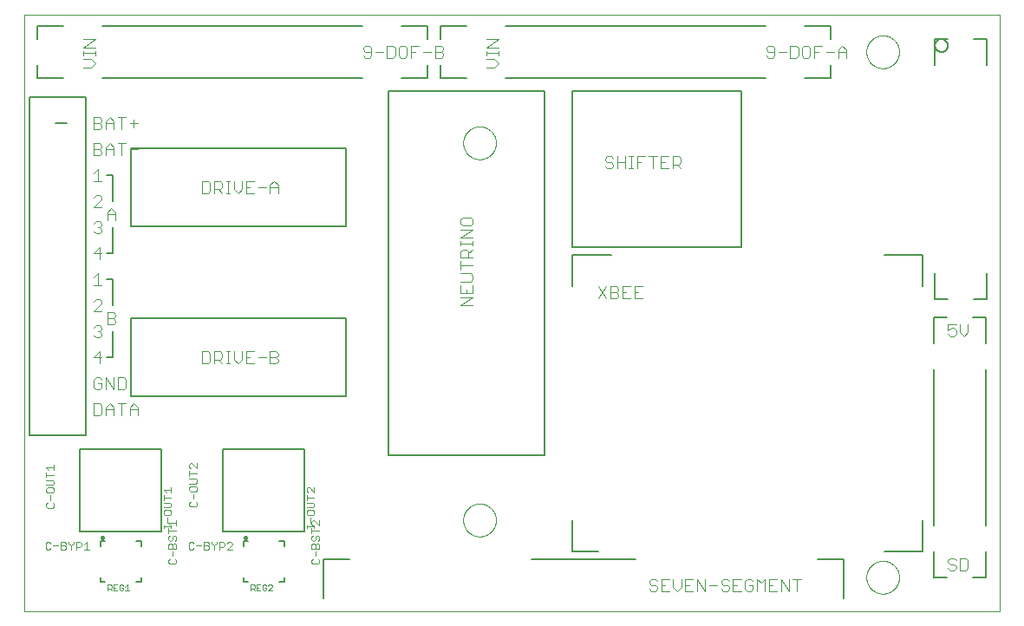
<source format=gto>
G75*
%MOIN*%
%OFA0B0*%
%FSLAX25Y25*%
%IPPOS*%
%LPD*%
%AMOC8*
5,1,8,0,0,1.08239X$1,22.5*
%
%ADD10C,0.00000*%
%ADD11C,0.00500*%
%ADD12C,0.01575*%
%ADD13C,0.00200*%
%ADD14C,0.00300*%
%ADD15C,0.00400*%
D10*
X0001000Y0002050D02*
X0001000Y0231459D01*
X0376079Y0231459D01*
X0376079Y0002050D01*
X0001000Y0002050D01*
X0169701Y0037050D02*
X0169703Y0037208D01*
X0169709Y0037366D01*
X0169719Y0037524D01*
X0169733Y0037682D01*
X0169751Y0037839D01*
X0169772Y0037996D01*
X0169798Y0038152D01*
X0169828Y0038308D01*
X0169861Y0038463D01*
X0169899Y0038616D01*
X0169940Y0038769D01*
X0169985Y0038921D01*
X0170034Y0039072D01*
X0170087Y0039221D01*
X0170143Y0039369D01*
X0170203Y0039515D01*
X0170267Y0039660D01*
X0170335Y0039803D01*
X0170406Y0039945D01*
X0170480Y0040085D01*
X0170558Y0040222D01*
X0170640Y0040358D01*
X0170724Y0040492D01*
X0170813Y0040623D01*
X0170904Y0040752D01*
X0170999Y0040879D01*
X0171096Y0041004D01*
X0171197Y0041126D01*
X0171301Y0041245D01*
X0171408Y0041362D01*
X0171518Y0041476D01*
X0171631Y0041587D01*
X0171746Y0041696D01*
X0171864Y0041801D01*
X0171985Y0041903D01*
X0172108Y0042003D01*
X0172234Y0042099D01*
X0172362Y0042192D01*
X0172492Y0042282D01*
X0172625Y0042368D01*
X0172760Y0042452D01*
X0172896Y0042531D01*
X0173035Y0042608D01*
X0173176Y0042680D01*
X0173318Y0042750D01*
X0173462Y0042815D01*
X0173608Y0042877D01*
X0173755Y0042935D01*
X0173904Y0042990D01*
X0174054Y0043041D01*
X0174205Y0043088D01*
X0174357Y0043131D01*
X0174510Y0043170D01*
X0174665Y0043206D01*
X0174820Y0043237D01*
X0174976Y0043265D01*
X0175132Y0043289D01*
X0175289Y0043309D01*
X0175447Y0043325D01*
X0175604Y0043337D01*
X0175763Y0043345D01*
X0175921Y0043349D01*
X0176079Y0043349D01*
X0176237Y0043345D01*
X0176396Y0043337D01*
X0176553Y0043325D01*
X0176711Y0043309D01*
X0176868Y0043289D01*
X0177024Y0043265D01*
X0177180Y0043237D01*
X0177335Y0043206D01*
X0177490Y0043170D01*
X0177643Y0043131D01*
X0177795Y0043088D01*
X0177946Y0043041D01*
X0178096Y0042990D01*
X0178245Y0042935D01*
X0178392Y0042877D01*
X0178538Y0042815D01*
X0178682Y0042750D01*
X0178824Y0042680D01*
X0178965Y0042608D01*
X0179104Y0042531D01*
X0179240Y0042452D01*
X0179375Y0042368D01*
X0179508Y0042282D01*
X0179638Y0042192D01*
X0179766Y0042099D01*
X0179892Y0042003D01*
X0180015Y0041903D01*
X0180136Y0041801D01*
X0180254Y0041696D01*
X0180369Y0041587D01*
X0180482Y0041476D01*
X0180592Y0041362D01*
X0180699Y0041245D01*
X0180803Y0041126D01*
X0180904Y0041004D01*
X0181001Y0040879D01*
X0181096Y0040752D01*
X0181187Y0040623D01*
X0181276Y0040492D01*
X0181360Y0040358D01*
X0181442Y0040222D01*
X0181520Y0040085D01*
X0181594Y0039945D01*
X0181665Y0039803D01*
X0181733Y0039660D01*
X0181797Y0039515D01*
X0181857Y0039369D01*
X0181913Y0039221D01*
X0181966Y0039072D01*
X0182015Y0038921D01*
X0182060Y0038769D01*
X0182101Y0038616D01*
X0182139Y0038463D01*
X0182172Y0038308D01*
X0182202Y0038152D01*
X0182228Y0037996D01*
X0182249Y0037839D01*
X0182267Y0037682D01*
X0182281Y0037524D01*
X0182291Y0037366D01*
X0182297Y0037208D01*
X0182299Y0037050D01*
X0182297Y0036892D01*
X0182291Y0036734D01*
X0182281Y0036576D01*
X0182267Y0036418D01*
X0182249Y0036261D01*
X0182228Y0036104D01*
X0182202Y0035948D01*
X0182172Y0035792D01*
X0182139Y0035637D01*
X0182101Y0035484D01*
X0182060Y0035331D01*
X0182015Y0035179D01*
X0181966Y0035028D01*
X0181913Y0034879D01*
X0181857Y0034731D01*
X0181797Y0034585D01*
X0181733Y0034440D01*
X0181665Y0034297D01*
X0181594Y0034155D01*
X0181520Y0034015D01*
X0181442Y0033878D01*
X0181360Y0033742D01*
X0181276Y0033608D01*
X0181187Y0033477D01*
X0181096Y0033348D01*
X0181001Y0033221D01*
X0180904Y0033096D01*
X0180803Y0032974D01*
X0180699Y0032855D01*
X0180592Y0032738D01*
X0180482Y0032624D01*
X0180369Y0032513D01*
X0180254Y0032404D01*
X0180136Y0032299D01*
X0180015Y0032197D01*
X0179892Y0032097D01*
X0179766Y0032001D01*
X0179638Y0031908D01*
X0179508Y0031818D01*
X0179375Y0031732D01*
X0179240Y0031648D01*
X0179104Y0031569D01*
X0178965Y0031492D01*
X0178824Y0031420D01*
X0178682Y0031350D01*
X0178538Y0031285D01*
X0178392Y0031223D01*
X0178245Y0031165D01*
X0178096Y0031110D01*
X0177946Y0031059D01*
X0177795Y0031012D01*
X0177643Y0030969D01*
X0177490Y0030930D01*
X0177335Y0030894D01*
X0177180Y0030863D01*
X0177024Y0030835D01*
X0176868Y0030811D01*
X0176711Y0030791D01*
X0176553Y0030775D01*
X0176396Y0030763D01*
X0176237Y0030755D01*
X0176079Y0030751D01*
X0175921Y0030751D01*
X0175763Y0030755D01*
X0175604Y0030763D01*
X0175447Y0030775D01*
X0175289Y0030791D01*
X0175132Y0030811D01*
X0174976Y0030835D01*
X0174820Y0030863D01*
X0174665Y0030894D01*
X0174510Y0030930D01*
X0174357Y0030969D01*
X0174205Y0031012D01*
X0174054Y0031059D01*
X0173904Y0031110D01*
X0173755Y0031165D01*
X0173608Y0031223D01*
X0173462Y0031285D01*
X0173318Y0031350D01*
X0173176Y0031420D01*
X0173035Y0031492D01*
X0172896Y0031569D01*
X0172760Y0031648D01*
X0172625Y0031732D01*
X0172492Y0031818D01*
X0172362Y0031908D01*
X0172234Y0032001D01*
X0172108Y0032097D01*
X0171985Y0032197D01*
X0171864Y0032299D01*
X0171746Y0032404D01*
X0171631Y0032513D01*
X0171518Y0032624D01*
X0171408Y0032738D01*
X0171301Y0032855D01*
X0171197Y0032974D01*
X0171096Y0033096D01*
X0170999Y0033221D01*
X0170904Y0033348D01*
X0170813Y0033477D01*
X0170724Y0033608D01*
X0170640Y0033742D01*
X0170558Y0033878D01*
X0170480Y0034015D01*
X0170406Y0034155D01*
X0170335Y0034297D01*
X0170267Y0034440D01*
X0170203Y0034585D01*
X0170143Y0034731D01*
X0170087Y0034879D01*
X0170034Y0035028D01*
X0169985Y0035179D01*
X0169940Y0035331D01*
X0169899Y0035484D01*
X0169861Y0035637D01*
X0169828Y0035792D01*
X0169798Y0035948D01*
X0169772Y0036104D01*
X0169751Y0036261D01*
X0169733Y0036418D01*
X0169719Y0036576D01*
X0169709Y0036734D01*
X0169703Y0036892D01*
X0169701Y0037050D01*
X0324701Y0015050D02*
X0324703Y0015208D01*
X0324709Y0015366D01*
X0324719Y0015524D01*
X0324733Y0015682D01*
X0324751Y0015839D01*
X0324772Y0015996D01*
X0324798Y0016152D01*
X0324828Y0016308D01*
X0324861Y0016463D01*
X0324899Y0016616D01*
X0324940Y0016769D01*
X0324985Y0016921D01*
X0325034Y0017072D01*
X0325087Y0017221D01*
X0325143Y0017369D01*
X0325203Y0017515D01*
X0325267Y0017660D01*
X0325335Y0017803D01*
X0325406Y0017945D01*
X0325480Y0018085D01*
X0325558Y0018222D01*
X0325640Y0018358D01*
X0325724Y0018492D01*
X0325813Y0018623D01*
X0325904Y0018752D01*
X0325999Y0018879D01*
X0326096Y0019004D01*
X0326197Y0019126D01*
X0326301Y0019245D01*
X0326408Y0019362D01*
X0326518Y0019476D01*
X0326631Y0019587D01*
X0326746Y0019696D01*
X0326864Y0019801D01*
X0326985Y0019903D01*
X0327108Y0020003D01*
X0327234Y0020099D01*
X0327362Y0020192D01*
X0327492Y0020282D01*
X0327625Y0020368D01*
X0327760Y0020452D01*
X0327896Y0020531D01*
X0328035Y0020608D01*
X0328176Y0020680D01*
X0328318Y0020750D01*
X0328462Y0020815D01*
X0328608Y0020877D01*
X0328755Y0020935D01*
X0328904Y0020990D01*
X0329054Y0021041D01*
X0329205Y0021088D01*
X0329357Y0021131D01*
X0329510Y0021170D01*
X0329665Y0021206D01*
X0329820Y0021237D01*
X0329976Y0021265D01*
X0330132Y0021289D01*
X0330289Y0021309D01*
X0330447Y0021325D01*
X0330604Y0021337D01*
X0330763Y0021345D01*
X0330921Y0021349D01*
X0331079Y0021349D01*
X0331237Y0021345D01*
X0331396Y0021337D01*
X0331553Y0021325D01*
X0331711Y0021309D01*
X0331868Y0021289D01*
X0332024Y0021265D01*
X0332180Y0021237D01*
X0332335Y0021206D01*
X0332490Y0021170D01*
X0332643Y0021131D01*
X0332795Y0021088D01*
X0332946Y0021041D01*
X0333096Y0020990D01*
X0333245Y0020935D01*
X0333392Y0020877D01*
X0333538Y0020815D01*
X0333682Y0020750D01*
X0333824Y0020680D01*
X0333965Y0020608D01*
X0334104Y0020531D01*
X0334240Y0020452D01*
X0334375Y0020368D01*
X0334508Y0020282D01*
X0334638Y0020192D01*
X0334766Y0020099D01*
X0334892Y0020003D01*
X0335015Y0019903D01*
X0335136Y0019801D01*
X0335254Y0019696D01*
X0335369Y0019587D01*
X0335482Y0019476D01*
X0335592Y0019362D01*
X0335699Y0019245D01*
X0335803Y0019126D01*
X0335904Y0019004D01*
X0336001Y0018879D01*
X0336096Y0018752D01*
X0336187Y0018623D01*
X0336276Y0018492D01*
X0336360Y0018358D01*
X0336442Y0018222D01*
X0336520Y0018085D01*
X0336594Y0017945D01*
X0336665Y0017803D01*
X0336733Y0017660D01*
X0336797Y0017515D01*
X0336857Y0017369D01*
X0336913Y0017221D01*
X0336966Y0017072D01*
X0337015Y0016921D01*
X0337060Y0016769D01*
X0337101Y0016616D01*
X0337139Y0016463D01*
X0337172Y0016308D01*
X0337202Y0016152D01*
X0337228Y0015996D01*
X0337249Y0015839D01*
X0337267Y0015682D01*
X0337281Y0015524D01*
X0337291Y0015366D01*
X0337297Y0015208D01*
X0337299Y0015050D01*
X0337297Y0014892D01*
X0337291Y0014734D01*
X0337281Y0014576D01*
X0337267Y0014418D01*
X0337249Y0014261D01*
X0337228Y0014104D01*
X0337202Y0013948D01*
X0337172Y0013792D01*
X0337139Y0013637D01*
X0337101Y0013484D01*
X0337060Y0013331D01*
X0337015Y0013179D01*
X0336966Y0013028D01*
X0336913Y0012879D01*
X0336857Y0012731D01*
X0336797Y0012585D01*
X0336733Y0012440D01*
X0336665Y0012297D01*
X0336594Y0012155D01*
X0336520Y0012015D01*
X0336442Y0011878D01*
X0336360Y0011742D01*
X0336276Y0011608D01*
X0336187Y0011477D01*
X0336096Y0011348D01*
X0336001Y0011221D01*
X0335904Y0011096D01*
X0335803Y0010974D01*
X0335699Y0010855D01*
X0335592Y0010738D01*
X0335482Y0010624D01*
X0335369Y0010513D01*
X0335254Y0010404D01*
X0335136Y0010299D01*
X0335015Y0010197D01*
X0334892Y0010097D01*
X0334766Y0010001D01*
X0334638Y0009908D01*
X0334508Y0009818D01*
X0334375Y0009732D01*
X0334240Y0009648D01*
X0334104Y0009569D01*
X0333965Y0009492D01*
X0333824Y0009420D01*
X0333682Y0009350D01*
X0333538Y0009285D01*
X0333392Y0009223D01*
X0333245Y0009165D01*
X0333096Y0009110D01*
X0332946Y0009059D01*
X0332795Y0009012D01*
X0332643Y0008969D01*
X0332490Y0008930D01*
X0332335Y0008894D01*
X0332180Y0008863D01*
X0332024Y0008835D01*
X0331868Y0008811D01*
X0331711Y0008791D01*
X0331553Y0008775D01*
X0331396Y0008763D01*
X0331237Y0008755D01*
X0331079Y0008751D01*
X0330921Y0008751D01*
X0330763Y0008755D01*
X0330604Y0008763D01*
X0330447Y0008775D01*
X0330289Y0008791D01*
X0330132Y0008811D01*
X0329976Y0008835D01*
X0329820Y0008863D01*
X0329665Y0008894D01*
X0329510Y0008930D01*
X0329357Y0008969D01*
X0329205Y0009012D01*
X0329054Y0009059D01*
X0328904Y0009110D01*
X0328755Y0009165D01*
X0328608Y0009223D01*
X0328462Y0009285D01*
X0328318Y0009350D01*
X0328176Y0009420D01*
X0328035Y0009492D01*
X0327896Y0009569D01*
X0327760Y0009648D01*
X0327625Y0009732D01*
X0327492Y0009818D01*
X0327362Y0009908D01*
X0327234Y0010001D01*
X0327108Y0010097D01*
X0326985Y0010197D01*
X0326864Y0010299D01*
X0326746Y0010404D01*
X0326631Y0010513D01*
X0326518Y0010624D01*
X0326408Y0010738D01*
X0326301Y0010855D01*
X0326197Y0010974D01*
X0326096Y0011096D01*
X0325999Y0011221D01*
X0325904Y0011348D01*
X0325813Y0011477D01*
X0325724Y0011608D01*
X0325640Y0011742D01*
X0325558Y0011878D01*
X0325480Y0012015D01*
X0325406Y0012155D01*
X0325335Y0012297D01*
X0325267Y0012440D01*
X0325203Y0012585D01*
X0325143Y0012731D01*
X0325087Y0012879D01*
X0325034Y0013028D01*
X0324985Y0013179D01*
X0324940Y0013331D01*
X0324899Y0013484D01*
X0324861Y0013637D01*
X0324828Y0013792D01*
X0324798Y0013948D01*
X0324772Y0014104D01*
X0324751Y0014261D01*
X0324733Y0014418D01*
X0324719Y0014576D01*
X0324709Y0014734D01*
X0324703Y0014892D01*
X0324701Y0015050D01*
X0169701Y0182050D02*
X0169703Y0182208D01*
X0169709Y0182366D01*
X0169719Y0182524D01*
X0169733Y0182682D01*
X0169751Y0182839D01*
X0169772Y0182996D01*
X0169798Y0183152D01*
X0169828Y0183308D01*
X0169861Y0183463D01*
X0169899Y0183616D01*
X0169940Y0183769D01*
X0169985Y0183921D01*
X0170034Y0184072D01*
X0170087Y0184221D01*
X0170143Y0184369D01*
X0170203Y0184515D01*
X0170267Y0184660D01*
X0170335Y0184803D01*
X0170406Y0184945D01*
X0170480Y0185085D01*
X0170558Y0185222D01*
X0170640Y0185358D01*
X0170724Y0185492D01*
X0170813Y0185623D01*
X0170904Y0185752D01*
X0170999Y0185879D01*
X0171096Y0186004D01*
X0171197Y0186126D01*
X0171301Y0186245D01*
X0171408Y0186362D01*
X0171518Y0186476D01*
X0171631Y0186587D01*
X0171746Y0186696D01*
X0171864Y0186801D01*
X0171985Y0186903D01*
X0172108Y0187003D01*
X0172234Y0187099D01*
X0172362Y0187192D01*
X0172492Y0187282D01*
X0172625Y0187368D01*
X0172760Y0187452D01*
X0172896Y0187531D01*
X0173035Y0187608D01*
X0173176Y0187680D01*
X0173318Y0187750D01*
X0173462Y0187815D01*
X0173608Y0187877D01*
X0173755Y0187935D01*
X0173904Y0187990D01*
X0174054Y0188041D01*
X0174205Y0188088D01*
X0174357Y0188131D01*
X0174510Y0188170D01*
X0174665Y0188206D01*
X0174820Y0188237D01*
X0174976Y0188265D01*
X0175132Y0188289D01*
X0175289Y0188309D01*
X0175447Y0188325D01*
X0175604Y0188337D01*
X0175763Y0188345D01*
X0175921Y0188349D01*
X0176079Y0188349D01*
X0176237Y0188345D01*
X0176396Y0188337D01*
X0176553Y0188325D01*
X0176711Y0188309D01*
X0176868Y0188289D01*
X0177024Y0188265D01*
X0177180Y0188237D01*
X0177335Y0188206D01*
X0177490Y0188170D01*
X0177643Y0188131D01*
X0177795Y0188088D01*
X0177946Y0188041D01*
X0178096Y0187990D01*
X0178245Y0187935D01*
X0178392Y0187877D01*
X0178538Y0187815D01*
X0178682Y0187750D01*
X0178824Y0187680D01*
X0178965Y0187608D01*
X0179104Y0187531D01*
X0179240Y0187452D01*
X0179375Y0187368D01*
X0179508Y0187282D01*
X0179638Y0187192D01*
X0179766Y0187099D01*
X0179892Y0187003D01*
X0180015Y0186903D01*
X0180136Y0186801D01*
X0180254Y0186696D01*
X0180369Y0186587D01*
X0180482Y0186476D01*
X0180592Y0186362D01*
X0180699Y0186245D01*
X0180803Y0186126D01*
X0180904Y0186004D01*
X0181001Y0185879D01*
X0181096Y0185752D01*
X0181187Y0185623D01*
X0181276Y0185492D01*
X0181360Y0185358D01*
X0181442Y0185222D01*
X0181520Y0185085D01*
X0181594Y0184945D01*
X0181665Y0184803D01*
X0181733Y0184660D01*
X0181797Y0184515D01*
X0181857Y0184369D01*
X0181913Y0184221D01*
X0181966Y0184072D01*
X0182015Y0183921D01*
X0182060Y0183769D01*
X0182101Y0183616D01*
X0182139Y0183463D01*
X0182172Y0183308D01*
X0182202Y0183152D01*
X0182228Y0182996D01*
X0182249Y0182839D01*
X0182267Y0182682D01*
X0182281Y0182524D01*
X0182291Y0182366D01*
X0182297Y0182208D01*
X0182299Y0182050D01*
X0182297Y0181892D01*
X0182291Y0181734D01*
X0182281Y0181576D01*
X0182267Y0181418D01*
X0182249Y0181261D01*
X0182228Y0181104D01*
X0182202Y0180948D01*
X0182172Y0180792D01*
X0182139Y0180637D01*
X0182101Y0180484D01*
X0182060Y0180331D01*
X0182015Y0180179D01*
X0181966Y0180028D01*
X0181913Y0179879D01*
X0181857Y0179731D01*
X0181797Y0179585D01*
X0181733Y0179440D01*
X0181665Y0179297D01*
X0181594Y0179155D01*
X0181520Y0179015D01*
X0181442Y0178878D01*
X0181360Y0178742D01*
X0181276Y0178608D01*
X0181187Y0178477D01*
X0181096Y0178348D01*
X0181001Y0178221D01*
X0180904Y0178096D01*
X0180803Y0177974D01*
X0180699Y0177855D01*
X0180592Y0177738D01*
X0180482Y0177624D01*
X0180369Y0177513D01*
X0180254Y0177404D01*
X0180136Y0177299D01*
X0180015Y0177197D01*
X0179892Y0177097D01*
X0179766Y0177001D01*
X0179638Y0176908D01*
X0179508Y0176818D01*
X0179375Y0176732D01*
X0179240Y0176648D01*
X0179104Y0176569D01*
X0178965Y0176492D01*
X0178824Y0176420D01*
X0178682Y0176350D01*
X0178538Y0176285D01*
X0178392Y0176223D01*
X0178245Y0176165D01*
X0178096Y0176110D01*
X0177946Y0176059D01*
X0177795Y0176012D01*
X0177643Y0175969D01*
X0177490Y0175930D01*
X0177335Y0175894D01*
X0177180Y0175863D01*
X0177024Y0175835D01*
X0176868Y0175811D01*
X0176711Y0175791D01*
X0176553Y0175775D01*
X0176396Y0175763D01*
X0176237Y0175755D01*
X0176079Y0175751D01*
X0175921Y0175751D01*
X0175763Y0175755D01*
X0175604Y0175763D01*
X0175447Y0175775D01*
X0175289Y0175791D01*
X0175132Y0175811D01*
X0174976Y0175835D01*
X0174820Y0175863D01*
X0174665Y0175894D01*
X0174510Y0175930D01*
X0174357Y0175969D01*
X0174205Y0176012D01*
X0174054Y0176059D01*
X0173904Y0176110D01*
X0173755Y0176165D01*
X0173608Y0176223D01*
X0173462Y0176285D01*
X0173318Y0176350D01*
X0173176Y0176420D01*
X0173035Y0176492D01*
X0172896Y0176569D01*
X0172760Y0176648D01*
X0172625Y0176732D01*
X0172492Y0176818D01*
X0172362Y0176908D01*
X0172234Y0177001D01*
X0172108Y0177097D01*
X0171985Y0177197D01*
X0171864Y0177299D01*
X0171746Y0177404D01*
X0171631Y0177513D01*
X0171518Y0177624D01*
X0171408Y0177738D01*
X0171301Y0177855D01*
X0171197Y0177974D01*
X0171096Y0178096D01*
X0170999Y0178221D01*
X0170904Y0178348D01*
X0170813Y0178477D01*
X0170724Y0178608D01*
X0170640Y0178742D01*
X0170558Y0178878D01*
X0170480Y0179015D01*
X0170406Y0179155D01*
X0170335Y0179297D01*
X0170267Y0179440D01*
X0170203Y0179585D01*
X0170143Y0179731D01*
X0170087Y0179879D01*
X0170034Y0180028D01*
X0169985Y0180179D01*
X0169940Y0180331D01*
X0169899Y0180484D01*
X0169861Y0180637D01*
X0169828Y0180792D01*
X0169798Y0180948D01*
X0169772Y0181104D01*
X0169751Y0181261D01*
X0169733Y0181418D01*
X0169719Y0181576D01*
X0169709Y0181734D01*
X0169703Y0181892D01*
X0169701Y0182050D01*
X0324701Y0217050D02*
X0324703Y0217208D01*
X0324709Y0217366D01*
X0324719Y0217524D01*
X0324733Y0217682D01*
X0324751Y0217839D01*
X0324772Y0217996D01*
X0324798Y0218152D01*
X0324828Y0218308D01*
X0324861Y0218463D01*
X0324899Y0218616D01*
X0324940Y0218769D01*
X0324985Y0218921D01*
X0325034Y0219072D01*
X0325087Y0219221D01*
X0325143Y0219369D01*
X0325203Y0219515D01*
X0325267Y0219660D01*
X0325335Y0219803D01*
X0325406Y0219945D01*
X0325480Y0220085D01*
X0325558Y0220222D01*
X0325640Y0220358D01*
X0325724Y0220492D01*
X0325813Y0220623D01*
X0325904Y0220752D01*
X0325999Y0220879D01*
X0326096Y0221004D01*
X0326197Y0221126D01*
X0326301Y0221245D01*
X0326408Y0221362D01*
X0326518Y0221476D01*
X0326631Y0221587D01*
X0326746Y0221696D01*
X0326864Y0221801D01*
X0326985Y0221903D01*
X0327108Y0222003D01*
X0327234Y0222099D01*
X0327362Y0222192D01*
X0327492Y0222282D01*
X0327625Y0222368D01*
X0327760Y0222452D01*
X0327896Y0222531D01*
X0328035Y0222608D01*
X0328176Y0222680D01*
X0328318Y0222750D01*
X0328462Y0222815D01*
X0328608Y0222877D01*
X0328755Y0222935D01*
X0328904Y0222990D01*
X0329054Y0223041D01*
X0329205Y0223088D01*
X0329357Y0223131D01*
X0329510Y0223170D01*
X0329665Y0223206D01*
X0329820Y0223237D01*
X0329976Y0223265D01*
X0330132Y0223289D01*
X0330289Y0223309D01*
X0330447Y0223325D01*
X0330604Y0223337D01*
X0330763Y0223345D01*
X0330921Y0223349D01*
X0331079Y0223349D01*
X0331237Y0223345D01*
X0331396Y0223337D01*
X0331553Y0223325D01*
X0331711Y0223309D01*
X0331868Y0223289D01*
X0332024Y0223265D01*
X0332180Y0223237D01*
X0332335Y0223206D01*
X0332490Y0223170D01*
X0332643Y0223131D01*
X0332795Y0223088D01*
X0332946Y0223041D01*
X0333096Y0222990D01*
X0333245Y0222935D01*
X0333392Y0222877D01*
X0333538Y0222815D01*
X0333682Y0222750D01*
X0333824Y0222680D01*
X0333965Y0222608D01*
X0334104Y0222531D01*
X0334240Y0222452D01*
X0334375Y0222368D01*
X0334508Y0222282D01*
X0334638Y0222192D01*
X0334766Y0222099D01*
X0334892Y0222003D01*
X0335015Y0221903D01*
X0335136Y0221801D01*
X0335254Y0221696D01*
X0335369Y0221587D01*
X0335482Y0221476D01*
X0335592Y0221362D01*
X0335699Y0221245D01*
X0335803Y0221126D01*
X0335904Y0221004D01*
X0336001Y0220879D01*
X0336096Y0220752D01*
X0336187Y0220623D01*
X0336276Y0220492D01*
X0336360Y0220358D01*
X0336442Y0220222D01*
X0336520Y0220085D01*
X0336594Y0219945D01*
X0336665Y0219803D01*
X0336733Y0219660D01*
X0336797Y0219515D01*
X0336857Y0219369D01*
X0336913Y0219221D01*
X0336966Y0219072D01*
X0337015Y0218921D01*
X0337060Y0218769D01*
X0337101Y0218616D01*
X0337139Y0218463D01*
X0337172Y0218308D01*
X0337202Y0218152D01*
X0337228Y0217996D01*
X0337249Y0217839D01*
X0337267Y0217682D01*
X0337281Y0217524D01*
X0337291Y0217366D01*
X0337297Y0217208D01*
X0337299Y0217050D01*
X0337297Y0216892D01*
X0337291Y0216734D01*
X0337281Y0216576D01*
X0337267Y0216418D01*
X0337249Y0216261D01*
X0337228Y0216104D01*
X0337202Y0215948D01*
X0337172Y0215792D01*
X0337139Y0215637D01*
X0337101Y0215484D01*
X0337060Y0215331D01*
X0337015Y0215179D01*
X0336966Y0215028D01*
X0336913Y0214879D01*
X0336857Y0214731D01*
X0336797Y0214585D01*
X0336733Y0214440D01*
X0336665Y0214297D01*
X0336594Y0214155D01*
X0336520Y0214015D01*
X0336442Y0213878D01*
X0336360Y0213742D01*
X0336276Y0213608D01*
X0336187Y0213477D01*
X0336096Y0213348D01*
X0336001Y0213221D01*
X0335904Y0213096D01*
X0335803Y0212974D01*
X0335699Y0212855D01*
X0335592Y0212738D01*
X0335482Y0212624D01*
X0335369Y0212513D01*
X0335254Y0212404D01*
X0335136Y0212299D01*
X0335015Y0212197D01*
X0334892Y0212097D01*
X0334766Y0212001D01*
X0334638Y0211908D01*
X0334508Y0211818D01*
X0334375Y0211732D01*
X0334240Y0211648D01*
X0334104Y0211569D01*
X0333965Y0211492D01*
X0333824Y0211420D01*
X0333682Y0211350D01*
X0333538Y0211285D01*
X0333392Y0211223D01*
X0333245Y0211165D01*
X0333096Y0211110D01*
X0332946Y0211059D01*
X0332795Y0211012D01*
X0332643Y0210969D01*
X0332490Y0210930D01*
X0332335Y0210894D01*
X0332180Y0210863D01*
X0332024Y0210835D01*
X0331868Y0210811D01*
X0331711Y0210791D01*
X0331553Y0210775D01*
X0331396Y0210763D01*
X0331237Y0210755D01*
X0331079Y0210751D01*
X0330921Y0210751D01*
X0330763Y0210755D01*
X0330604Y0210763D01*
X0330447Y0210775D01*
X0330289Y0210791D01*
X0330132Y0210811D01*
X0329976Y0210835D01*
X0329820Y0210863D01*
X0329665Y0210894D01*
X0329510Y0210930D01*
X0329357Y0210969D01*
X0329205Y0211012D01*
X0329054Y0211059D01*
X0328904Y0211110D01*
X0328755Y0211165D01*
X0328608Y0211223D01*
X0328462Y0211285D01*
X0328318Y0211350D01*
X0328176Y0211420D01*
X0328035Y0211492D01*
X0327896Y0211569D01*
X0327760Y0211648D01*
X0327625Y0211732D01*
X0327492Y0211818D01*
X0327362Y0211908D01*
X0327234Y0212001D01*
X0327108Y0212097D01*
X0326985Y0212197D01*
X0326864Y0212299D01*
X0326746Y0212404D01*
X0326631Y0212513D01*
X0326518Y0212624D01*
X0326408Y0212738D01*
X0326301Y0212855D01*
X0326197Y0212974D01*
X0326096Y0213096D01*
X0325999Y0213221D01*
X0325904Y0213348D01*
X0325813Y0213477D01*
X0325724Y0213608D01*
X0325640Y0213742D01*
X0325558Y0213878D01*
X0325480Y0214015D01*
X0325406Y0214155D01*
X0325335Y0214297D01*
X0325267Y0214440D01*
X0325203Y0214585D01*
X0325143Y0214731D01*
X0325087Y0214879D01*
X0325034Y0215028D01*
X0324985Y0215179D01*
X0324940Y0215331D01*
X0324899Y0215484D01*
X0324861Y0215637D01*
X0324828Y0215792D01*
X0324798Y0215948D01*
X0324772Y0216104D01*
X0324751Y0216261D01*
X0324733Y0216418D01*
X0324719Y0216576D01*
X0324709Y0216734D01*
X0324703Y0216892D01*
X0324701Y0217050D01*
D11*
X0311000Y0212050D02*
X0311000Y0207050D01*
X0301000Y0207050D01*
X0286000Y0207050D02*
X0186000Y0207050D01*
X0171000Y0207050D02*
X0161000Y0207050D01*
X0161000Y0212050D01*
X0156000Y0212050D02*
X0156000Y0207050D01*
X0146000Y0207050D01*
X0141000Y0202050D02*
X0141000Y0062050D01*
X0201000Y0062050D01*
X0201000Y0202050D01*
X0141000Y0202050D01*
X0131000Y0207050D02*
X0031000Y0207050D01*
X0024705Y0199550D02*
X0024705Y0069550D01*
X0002795Y0069550D01*
X0002795Y0199550D01*
X0024705Y0199550D01*
X0016000Y0207050D02*
X0006000Y0207050D01*
X0006000Y0212050D01*
X0006000Y0222050D02*
X0006000Y0227050D01*
X0016000Y0227050D01*
X0031000Y0227050D02*
X0131000Y0227050D01*
X0146000Y0227050D02*
X0156000Y0227050D01*
X0156000Y0222050D01*
X0161000Y0222050D02*
X0161000Y0227050D01*
X0171000Y0227050D01*
X0186000Y0227050D02*
X0286000Y0227050D01*
X0301000Y0227050D02*
X0311000Y0227050D01*
X0311000Y0222050D01*
X0276500Y0202050D02*
X0211500Y0202050D01*
X0211500Y0142050D01*
X0276500Y0142050D01*
X0276500Y0202050D01*
X0351000Y0212050D02*
X0351000Y0222050D01*
X0356000Y0222050D01*
X0351000Y0219550D02*
X0351002Y0219649D01*
X0351008Y0219749D01*
X0351018Y0219848D01*
X0351032Y0219946D01*
X0351049Y0220044D01*
X0351071Y0220141D01*
X0351096Y0220237D01*
X0351125Y0220332D01*
X0351158Y0220426D01*
X0351195Y0220518D01*
X0351235Y0220609D01*
X0351279Y0220698D01*
X0351327Y0220786D01*
X0351378Y0220871D01*
X0351432Y0220954D01*
X0351489Y0221036D01*
X0351550Y0221114D01*
X0351614Y0221191D01*
X0351680Y0221264D01*
X0351750Y0221335D01*
X0351822Y0221403D01*
X0351897Y0221469D01*
X0351975Y0221531D01*
X0352055Y0221590D01*
X0352137Y0221646D01*
X0352221Y0221698D01*
X0352308Y0221747D01*
X0352396Y0221793D01*
X0352486Y0221835D01*
X0352578Y0221874D01*
X0352671Y0221909D01*
X0352765Y0221940D01*
X0352861Y0221967D01*
X0352958Y0221990D01*
X0353055Y0222010D01*
X0353153Y0222026D01*
X0353252Y0222038D01*
X0353351Y0222046D01*
X0353450Y0222050D01*
X0353550Y0222050D01*
X0353649Y0222046D01*
X0353748Y0222038D01*
X0353847Y0222026D01*
X0353945Y0222010D01*
X0354042Y0221990D01*
X0354139Y0221967D01*
X0354235Y0221940D01*
X0354329Y0221909D01*
X0354422Y0221874D01*
X0354514Y0221835D01*
X0354604Y0221793D01*
X0354692Y0221747D01*
X0354779Y0221698D01*
X0354863Y0221646D01*
X0354945Y0221590D01*
X0355025Y0221531D01*
X0355103Y0221469D01*
X0355178Y0221403D01*
X0355250Y0221335D01*
X0355320Y0221264D01*
X0355386Y0221191D01*
X0355450Y0221114D01*
X0355511Y0221036D01*
X0355568Y0220954D01*
X0355622Y0220871D01*
X0355673Y0220786D01*
X0355721Y0220698D01*
X0355765Y0220609D01*
X0355805Y0220518D01*
X0355842Y0220426D01*
X0355875Y0220332D01*
X0355904Y0220237D01*
X0355929Y0220141D01*
X0355951Y0220044D01*
X0355968Y0219946D01*
X0355982Y0219848D01*
X0355992Y0219749D01*
X0355998Y0219649D01*
X0356000Y0219550D01*
X0355998Y0219451D01*
X0355992Y0219351D01*
X0355982Y0219252D01*
X0355968Y0219154D01*
X0355951Y0219056D01*
X0355929Y0218959D01*
X0355904Y0218863D01*
X0355875Y0218768D01*
X0355842Y0218674D01*
X0355805Y0218582D01*
X0355765Y0218491D01*
X0355721Y0218402D01*
X0355673Y0218314D01*
X0355622Y0218229D01*
X0355568Y0218146D01*
X0355511Y0218064D01*
X0355450Y0217986D01*
X0355386Y0217909D01*
X0355320Y0217836D01*
X0355250Y0217765D01*
X0355178Y0217697D01*
X0355103Y0217631D01*
X0355025Y0217569D01*
X0354945Y0217510D01*
X0354863Y0217454D01*
X0354779Y0217402D01*
X0354692Y0217353D01*
X0354604Y0217307D01*
X0354514Y0217265D01*
X0354422Y0217226D01*
X0354329Y0217191D01*
X0354235Y0217160D01*
X0354139Y0217133D01*
X0354042Y0217110D01*
X0353945Y0217090D01*
X0353847Y0217074D01*
X0353748Y0217062D01*
X0353649Y0217054D01*
X0353550Y0217050D01*
X0353450Y0217050D01*
X0353351Y0217054D01*
X0353252Y0217062D01*
X0353153Y0217074D01*
X0353055Y0217090D01*
X0352958Y0217110D01*
X0352861Y0217133D01*
X0352765Y0217160D01*
X0352671Y0217191D01*
X0352578Y0217226D01*
X0352486Y0217265D01*
X0352396Y0217307D01*
X0352308Y0217353D01*
X0352221Y0217402D01*
X0352137Y0217454D01*
X0352055Y0217510D01*
X0351975Y0217569D01*
X0351897Y0217631D01*
X0351822Y0217697D01*
X0351750Y0217765D01*
X0351680Y0217836D01*
X0351614Y0217909D01*
X0351550Y0217986D01*
X0351489Y0218064D01*
X0351432Y0218146D01*
X0351378Y0218229D01*
X0351327Y0218314D01*
X0351279Y0218402D01*
X0351235Y0218491D01*
X0351195Y0218582D01*
X0351158Y0218674D01*
X0351125Y0218768D01*
X0351096Y0218863D01*
X0351071Y0218959D01*
X0351049Y0219056D01*
X0351032Y0219154D01*
X0351018Y0219252D01*
X0351008Y0219351D01*
X0351002Y0219451D01*
X0351000Y0219550D01*
X0366000Y0222050D02*
X0371000Y0222050D01*
X0371000Y0212050D01*
X0346421Y0139137D02*
X0331500Y0139137D01*
X0346421Y0139137D02*
X0346421Y0127050D01*
X0351000Y0122050D02*
X0356000Y0122050D01*
X0351000Y0122050D02*
X0351000Y0132050D01*
X0366000Y0122050D02*
X0371000Y0122050D01*
X0371000Y0132050D01*
X0370500Y0115050D02*
X0365500Y0115050D01*
X0370500Y0115050D02*
X0370500Y0105050D01*
X0355500Y0115050D02*
X0350500Y0115050D01*
X0350500Y0105050D01*
X0350500Y0095050D02*
X0350500Y0035050D01*
X0346421Y0037050D02*
X0346421Y0024963D01*
X0331500Y0024963D01*
X0316000Y0022050D02*
X0306000Y0022050D01*
X0316000Y0022050D02*
X0316000Y0007050D01*
X0350500Y0015050D02*
X0350500Y0025050D01*
X0350500Y0015050D02*
X0355500Y0015050D01*
X0365500Y0015050D02*
X0370500Y0015050D01*
X0370500Y0025050D01*
X0370500Y0035050D02*
X0370500Y0095050D01*
X0236000Y0022050D02*
X0196000Y0022050D01*
X0211500Y0024963D02*
X0221500Y0024963D01*
X0211500Y0024963D02*
X0211500Y0037050D01*
X0126000Y0022050D02*
X0116000Y0022050D01*
X0116000Y0007050D01*
X0100874Y0013176D02*
X0100874Y0015144D01*
X0100874Y0013176D02*
X0098906Y0013176D01*
X0087094Y0013176D02*
X0085126Y0013176D01*
X0085126Y0015144D01*
X0085126Y0026956D02*
X0085126Y0028924D01*
X0087094Y0028924D01*
X0077252Y0032802D02*
X0108748Y0032802D01*
X0108748Y0064298D01*
X0077252Y0064298D01*
X0077252Y0032802D01*
X0098906Y0028924D02*
X0100874Y0028924D01*
X0100874Y0026956D01*
X0053748Y0032802D02*
X0053748Y0064298D01*
X0022252Y0064298D01*
X0022252Y0032802D01*
X0053748Y0032802D01*
X0045874Y0028924D02*
X0045874Y0026956D01*
X0045874Y0028924D02*
X0043906Y0028924D01*
X0032094Y0028924D02*
X0030126Y0028924D01*
X0030126Y0026956D01*
X0030126Y0015144D02*
X0030126Y0013176D01*
X0032094Y0013176D01*
X0043906Y0013176D02*
X0045874Y0013176D01*
X0045874Y0015144D01*
X0042000Y0084550D02*
X0042000Y0114550D01*
X0124500Y0114550D01*
X0124500Y0084550D01*
X0042000Y0084550D01*
X0035000Y0099550D02*
X0032500Y0099550D01*
X0035000Y0099550D02*
X0035000Y0109550D01*
X0035000Y0119550D02*
X0035000Y0129550D01*
X0032500Y0129550D01*
X0032500Y0139550D02*
X0035000Y0139550D01*
X0035000Y0149550D01*
X0042000Y0150050D02*
X0042000Y0180050D01*
X0124500Y0180050D01*
X0124500Y0150050D01*
X0042000Y0150050D01*
X0035000Y0159550D02*
X0035000Y0169550D01*
X0032500Y0169550D01*
X0017165Y0189550D02*
X0012835Y0189550D01*
X0211500Y0139137D02*
X0211500Y0127050D01*
X0211500Y0139137D02*
X0226500Y0139137D01*
D12*
X0086110Y0030400D02*
X0086110Y0030400D01*
X0086110Y0030400D01*
X0086110Y0030400D01*
X0086110Y0030400D01*
X0086110Y0030400D01*
X0086110Y0030400D01*
X0086110Y0030400D01*
X0086110Y0030400D01*
X0031110Y0030400D02*
X0031110Y0030400D01*
X0031110Y0030400D01*
X0031110Y0030400D01*
X0031110Y0030400D01*
X0031110Y0030400D01*
X0031110Y0030400D01*
X0031110Y0030400D01*
X0031110Y0030400D01*
D13*
X0033100Y0012152D02*
X0034201Y0012152D01*
X0034568Y0011785D01*
X0034568Y0011051D01*
X0034201Y0010684D01*
X0033100Y0010684D01*
X0033834Y0010684D02*
X0034568Y0009950D01*
X0035310Y0009950D02*
X0036778Y0009950D01*
X0037520Y0010317D02*
X0037887Y0009950D01*
X0038621Y0009950D01*
X0038988Y0010317D01*
X0038988Y0011051D01*
X0038254Y0011051D01*
X0038988Y0011785D02*
X0038621Y0012152D01*
X0037887Y0012152D01*
X0037520Y0011785D01*
X0037520Y0010317D01*
X0036044Y0011051D02*
X0035310Y0011051D01*
X0035310Y0012152D02*
X0035310Y0009950D01*
X0035310Y0012152D02*
X0036778Y0012152D01*
X0039730Y0011418D02*
X0040464Y0012152D01*
X0040464Y0009950D01*
X0039730Y0009950D02*
X0041198Y0009950D01*
X0033100Y0009950D02*
X0033100Y0012152D01*
X0088100Y0012152D02*
X0088100Y0009950D01*
X0088100Y0010684D02*
X0089201Y0010684D01*
X0089568Y0011051D01*
X0089568Y0011785D01*
X0089201Y0012152D01*
X0088100Y0012152D01*
X0088834Y0010684D02*
X0089568Y0009950D01*
X0090310Y0009950D02*
X0091778Y0009950D01*
X0092520Y0010317D02*
X0092887Y0009950D01*
X0093621Y0009950D01*
X0093988Y0010317D01*
X0093988Y0011051D01*
X0093254Y0011051D01*
X0093988Y0011785D02*
X0093621Y0012152D01*
X0092887Y0012152D01*
X0092520Y0011785D01*
X0092520Y0010317D01*
X0091044Y0011051D02*
X0090310Y0011051D01*
X0090310Y0012152D02*
X0090310Y0009950D01*
X0090310Y0012152D02*
X0091778Y0012152D01*
X0094730Y0011785D02*
X0095097Y0012152D01*
X0095831Y0012152D01*
X0096198Y0011785D01*
X0096198Y0011418D01*
X0094730Y0009950D01*
X0096198Y0009950D01*
D14*
X0111448Y0020684D02*
X0111931Y0020200D01*
X0113866Y0020200D01*
X0114350Y0020684D01*
X0114350Y0021651D01*
X0113866Y0022135D01*
X0112899Y0023147D02*
X0112899Y0025081D01*
X0112899Y0026093D02*
X0112899Y0027544D01*
X0113383Y0028028D01*
X0113866Y0028028D01*
X0114350Y0027544D01*
X0114350Y0026093D01*
X0111448Y0026093D01*
X0111448Y0027544D01*
X0111931Y0028028D01*
X0112415Y0028028D01*
X0112899Y0027544D01*
X0112415Y0029040D02*
X0112899Y0029523D01*
X0112899Y0030491D01*
X0113383Y0030975D01*
X0113866Y0030975D01*
X0114350Y0030491D01*
X0114350Y0029523D01*
X0113866Y0029040D01*
X0112415Y0029040D02*
X0111931Y0029040D01*
X0111448Y0029523D01*
X0111448Y0030491D01*
X0111931Y0030975D01*
X0111448Y0031986D02*
X0111448Y0033921D01*
X0111448Y0032954D02*
X0114350Y0032954D01*
X0114350Y0034933D02*
X0112415Y0036868D01*
X0111931Y0036868D01*
X0111448Y0036384D01*
X0111448Y0035416D01*
X0111931Y0034933D01*
X0112450Y0034971D02*
X0112450Y0034003D01*
X0112450Y0034487D02*
X0109548Y0034487D01*
X0109548Y0034003D02*
X0109548Y0034971D01*
X0110999Y0035967D02*
X0110999Y0037902D01*
X0111966Y0038914D02*
X0112450Y0039398D01*
X0112450Y0040365D01*
X0111966Y0040849D01*
X0110031Y0040849D01*
X0109548Y0040365D01*
X0109548Y0039398D01*
X0110031Y0038914D01*
X0111966Y0038914D01*
X0114350Y0036868D02*
X0114350Y0034933D01*
X0111966Y0041860D02*
X0112450Y0042344D01*
X0112450Y0043312D01*
X0111966Y0043795D01*
X0109548Y0043795D01*
X0109548Y0044807D02*
X0109548Y0046742D01*
X0109548Y0045774D02*
X0112450Y0045774D01*
X0112450Y0047753D02*
X0110515Y0049688D01*
X0110031Y0049688D01*
X0109548Y0049205D01*
X0109548Y0048237D01*
X0110031Y0047753D01*
X0112450Y0047753D02*
X0112450Y0049688D01*
X0111966Y0041860D02*
X0109548Y0041860D01*
X0080818Y0028119D02*
X0080818Y0027635D01*
X0078883Y0025700D01*
X0080818Y0025700D01*
X0080818Y0028119D02*
X0080334Y0028602D01*
X0079366Y0028602D01*
X0078883Y0028119D01*
X0077871Y0028119D02*
X0077871Y0027151D01*
X0077387Y0026667D01*
X0075936Y0026667D01*
X0075936Y0025700D02*
X0075936Y0028602D01*
X0077387Y0028602D01*
X0077871Y0028119D01*
X0074925Y0028119D02*
X0073957Y0027151D01*
X0073957Y0025700D01*
X0073957Y0027151D02*
X0072990Y0028119D01*
X0072990Y0028602D01*
X0071978Y0028119D02*
X0071978Y0027635D01*
X0071494Y0027151D01*
X0070043Y0027151D01*
X0069031Y0027151D02*
X0067097Y0027151D01*
X0066085Y0026184D02*
X0065601Y0025700D01*
X0064634Y0025700D01*
X0064150Y0026184D01*
X0064150Y0028119D01*
X0064634Y0028602D01*
X0065601Y0028602D01*
X0066085Y0028119D01*
X0070043Y0028602D02*
X0070043Y0025700D01*
X0071494Y0025700D01*
X0071978Y0026184D01*
X0071978Y0026667D01*
X0071494Y0027151D01*
X0071978Y0028119D02*
X0071494Y0028602D01*
X0070043Y0028602D01*
X0074925Y0028602D02*
X0074925Y0028119D01*
X0059350Y0027544D02*
X0059350Y0026093D01*
X0056448Y0026093D01*
X0056448Y0027544D01*
X0056931Y0028028D01*
X0057415Y0028028D01*
X0057899Y0027544D01*
X0057899Y0026093D01*
X0057899Y0025081D02*
X0057899Y0023147D01*
X0058866Y0022135D02*
X0059350Y0021651D01*
X0059350Y0020684D01*
X0058866Y0020200D01*
X0056931Y0020200D01*
X0056448Y0020684D01*
X0056448Y0021651D01*
X0056931Y0022135D01*
X0057899Y0027544D02*
X0058383Y0028028D01*
X0058866Y0028028D01*
X0059350Y0027544D01*
X0058866Y0029040D02*
X0059350Y0029523D01*
X0059350Y0030491D01*
X0058866Y0030975D01*
X0058383Y0030975D01*
X0057899Y0030491D01*
X0057899Y0029523D01*
X0057415Y0029040D01*
X0056931Y0029040D01*
X0056448Y0029523D01*
X0056448Y0030491D01*
X0056931Y0030975D01*
X0056448Y0031986D02*
X0056448Y0033921D01*
X0056448Y0032954D02*
X0059350Y0032954D01*
X0059350Y0034933D02*
X0059350Y0036868D01*
X0059350Y0035900D02*
X0056448Y0035900D01*
X0057415Y0034933D01*
X0057450Y0034971D02*
X0057450Y0034003D01*
X0057450Y0034487D02*
X0054548Y0034487D01*
X0054548Y0034003D02*
X0054548Y0034971D01*
X0055999Y0035967D02*
X0055999Y0037902D01*
X0056966Y0038914D02*
X0055031Y0038914D01*
X0054548Y0039398D01*
X0054548Y0040365D01*
X0055031Y0040849D01*
X0056966Y0040849D01*
X0057450Y0040365D01*
X0057450Y0039398D01*
X0056966Y0038914D01*
X0056966Y0041860D02*
X0054548Y0041860D01*
X0054548Y0043795D02*
X0056966Y0043795D01*
X0057450Y0043312D01*
X0057450Y0042344D01*
X0056966Y0041860D01*
X0054548Y0044807D02*
X0054548Y0046742D01*
X0054548Y0045774D02*
X0057450Y0045774D01*
X0057450Y0047753D02*
X0057450Y0049688D01*
X0057450Y0048721D02*
X0054548Y0048721D01*
X0055515Y0047753D01*
X0064448Y0048577D02*
X0064931Y0048093D01*
X0066866Y0048093D01*
X0067350Y0048577D01*
X0067350Y0049544D01*
X0066866Y0050028D01*
X0064931Y0050028D01*
X0064448Y0049544D01*
X0064448Y0048577D01*
X0065899Y0047081D02*
X0065899Y0045147D01*
X0066866Y0044135D02*
X0067350Y0043651D01*
X0067350Y0042684D01*
X0066866Y0042200D01*
X0064931Y0042200D01*
X0064448Y0042684D01*
X0064448Y0043651D01*
X0064931Y0044135D01*
X0064448Y0051040D02*
X0066866Y0051040D01*
X0067350Y0051523D01*
X0067350Y0052491D01*
X0066866Y0052975D01*
X0064448Y0052975D01*
X0064448Y0053986D02*
X0064448Y0055921D01*
X0064448Y0054954D02*
X0067350Y0054954D01*
X0067350Y0056933D02*
X0065415Y0058868D01*
X0064931Y0058868D01*
X0064448Y0058384D01*
X0064448Y0057416D01*
X0064931Y0056933D01*
X0067350Y0056933D02*
X0067350Y0058868D01*
X0024850Y0028602D02*
X0024850Y0025700D01*
X0023883Y0025700D02*
X0025818Y0025700D01*
X0023883Y0027635D02*
X0024850Y0028602D01*
X0022871Y0028119D02*
X0022871Y0027151D01*
X0022387Y0026667D01*
X0020936Y0026667D01*
X0020936Y0025700D02*
X0020936Y0028602D01*
X0022387Y0028602D01*
X0022871Y0028119D01*
X0019925Y0028119D02*
X0018957Y0027151D01*
X0018957Y0025700D01*
X0018957Y0027151D02*
X0017990Y0028119D01*
X0017990Y0028602D01*
X0016978Y0028119D02*
X0016978Y0027635D01*
X0016494Y0027151D01*
X0015043Y0027151D01*
X0014031Y0027151D02*
X0012097Y0027151D01*
X0011085Y0026184D02*
X0010601Y0025700D01*
X0009634Y0025700D01*
X0009150Y0026184D01*
X0009150Y0028119D01*
X0009634Y0028602D01*
X0010601Y0028602D01*
X0011085Y0028119D01*
X0015043Y0028602D02*
X0015043Y0025700D01*
X0016494Y0025700D01*
X0016978Y0026184D01*
X0016978Y0026667D01*
X0016494Y0027151D01*
X0016978Y0028119D02*
X0016494Y0028602D01*
X0015043Y0028602D01*
X0019925Y0028602D02*
X0019925Y0028119D01*
X0011866Y0041700D02*
X0009931Y0041700D01*
X0009448Y0042184D01*
X0009448Y0043151D01*
X0009931Y0043635D01*
X0010899Y0044647D02*
X0010899Y0046581D01*
X0011866Y0047593D02*
X0009931Y0047593D01*
X0009448Y0048077D01*
X0009448Y0049044D01*
X0009931Y0049528D01*
X0011866Y0049528D01*
X0012350Y0049044D01*
X0012350Y0048077D01*
X0011866Y0047593D01*
X0011866Y0050540D02*
X0009448Y0050540D01*
X0009448Y0052475D02*
X0011866Y0052475D01*
X0012350Y0051991D01*
X0012350Y0051023D01*
X0011866Y0050540D01*
X0009448Y0053486D02*
X0009448Y0055421D01*
X0009448Y0054454D02*
X0012350Y0054454D01*
X0012350Y0056433D02*
X0012350Y0058368D01*
X0012350Y0057400D02*
X0009448Y0057400D01*
X0010415Y0056433D01*
X0011866Y0043635D02*
X0012350Y0043151D01*
X0012350Y0042184D01*
X0011866Y0041700D01*
X0111448Y0021651D02*
X0111448Y0020684D01*
X0111448Y0021651D02*
X0111931Y0022135D01*
D15*
X0044581Y0077250D02*
X0044581Y0080319D01*
X0043046Y0081854D01*
X0041512Y0080319D01*
X0041512Y0077250D01*
X0041512Y0079552D02*
X0044581Y0079552D01*
X0039977Y0081854D02*
X0036908Y0081854D01*
X0038442Y0081854D02*
X0038442Y0077250D01*
X0035373Y0077250D02*
X0035373Y0080319D01*
X0033839Y0081854D01*
X0032304Y0080319D01*
X0032304Y0077250D01*
X0030769Y0078017D02*
X0030769Y0081087D01*
X0030002Y0081854D01*
X0027700Y0081854D01*
X0027700Y0077250D01*
X0030002Y0077250D01*
X0030769Y0078017D01*
X0032304Y0079552D02*
X0035373Y0079552D01*
X0035373Y0087250D02*
X0035373Y0091854D01*
X0036908Y0091854D02*
X0039210Y0091854D01*
X0039977Y0091087D01*
X0039977Y0088017D01*
X0039210Y0087250D01*
X0036908Y0087250D01*
X0036908Y0091854D01*
X0032304Y0091854D02*
X0035373Y0087250D01*
X0032304Y0087250D02*
X0032304Y0091854D01*
X0030769Y0091087D02*
X0030002Y0091854D01*
X0028467Y0091854D01*
X0027700Y0091087D01*
X0027700Y0088017D01*
X0028467Y0087250D01*
X0030002Y0087250D01*
X0030769Y0088017D01*
X0030769Y0089552D01*
X0029235Y0089552D01*
X0030002Y0097250D02*
X0030002Y0101854D01*
X0027700Y0099552D01*
X0030769Y0099552D01*
X0030002Y0107250D02*
X0028467Y0107250D01*
X0027700Y0108017D01*
X0029235Y0109552D02*
X0030002Y0109552D01*
X0030769Y0108785D01*
X0030769Y0108017D01*
X0030002Y0107250D01*
X0030002Y0109552D02*
X0030769Y0110319D01*
X0030769Y0111087D01*
X0030002Y0111854D01*
X0028467Y0111854D01*
X0027700Y0111087D01*
X0032898Y0112250D02*
X0035200Y0112250D01*
X0035967Y0113017D01*
X0035967Y0113785D01*
X0035200Y0114552D01*
X0032898Y0114552D01*
X0032898Y0112250D02*
X0032898Y0116854D01*
X0035200Y0116854D01*
X0035967Y0116087D01*
X0035967Y0115319D01*
X0035200Y0114552D01*
X0030769Y0117250D02*
X0027700Y0117250D01*
X0030769Y0120319D01*
X0030769Y0121087D01*
X0030002Y0121854D01*
X0028467Y0121854D01*
X0027700Y0121087D01*
X0027700Y0127250D02*
X0030769Y0127250D01*
X0029235Y0127250D02*
X0029235Y0131854D01*
X0027700Y0130319D01*
X0030002Y0137250D02*
X0030002Y0141854D01*
X0027700Y0139552D01*
X0030769Y0139552D01*
X0030002Y0147250D02*
X0028467Y0147250D01*
X0027700Y0148017D01*
X0029235Y0149552D02*
X0030002Y0149552D01*
X0030769Y0148785D01*
X0030769Y0148017D01*
X0030002Y0147250D01*
X0030002Y0149552D02*
X0030769Y0150319D01*
X0030769Y0151087D01*
X0030002Y0151854D01*
X0028467Y0151854D01*
X0027700Y0151087D01*
X0032898Y0152250D02*
X0032898Y0155319D01*
X0034433Y0156854D01*
X0035967Y0155319D01*
X0035967Y0152250D01*
X0035967Y0154552D02*
X0032898Y0154552D01*
X0030769Y0157250D02*
X0027700Y0157250D01*
X0030769Y0160319D01*
X0030769Y0161087D01*
X0030002Y0161854D01*
X0028467Y0161854D01*
X0027700Y0161087D01*
X0027700Y0167250D02*
X0030769Y0167250D01*
X0029235Y0167250D02*
X0029235Y0171854D01*
X0027700Y0170319D01*
X0027700Y0177250D02*
X0030002Y0177250D01*
X0030769Y0178017D01*
X0030769Y0178785D01*
X0030002Y0179552D01*
X0027700Y0179552D01*
X0027700Y0177250D02*
X0027700Y0181854D01*
X0030002Y0181854D01*
X0030769Y0181087D01*
X0030769Y0180319D01*
X0030002Y0179552D01*
X0032304Y0179552D02*
X0035373Y0179552D01*
X0035373Y0180319D02*
X0035373Y0177250D01*
X0032304Y0177250D02*
X0032304Y0180319D01*
X0033839Y0181854D01*
X0035373Y0180319D01*
X0036908Y0181854D02*
X0039977Y0181854D01*
X0038442Y0181854D02*
X0038442Y0177250D01*
X0041512Y0179552D02*
X0044581Y0179552D01*
X0043046Y0188017D02*
X0043046Y0191087D01*
X0041512Y0189552D02*
X0044581Y0189552D01*
X0039977Y0191854D02*
X0036908Y0191854D01*
X0038442Y0191854D02*
X0038442Y0187250D01*
X0035373Y0187250D02*
X0035373Y0190319D01*
X0033839Y0191854D01*
X0032304Y0190319D01*
X0032304Y0187250D01*
X0030769Y0188017D02*
X0030002Y0187250D01*
X0027700Y0187250D01*
X0027700Y0191854D01*
X0030002Y0191854D01*
X0030769Y0191087D01*
X0030769Y0190319D01*
X0030002Y0189552D01*
X0027700Y0189552D01*
X0030002Y0189552D02*
X0030769Y0188785D01*
X0030769Y0188017D01*
X0032304Y0189552D02*
X0035373Y0189552D01*
X0026765Y0211111D02*
X0023696Y0211111D01*
X0026765Y0211111D02*
X0028300Y0212646D01*
X0026765Y0214181D01*
X0023696Y0214181D01*
X0023696Y0215715D02*
X0023696Y0217250D01*
X0023696Y0216483D02*
X0028300Y0216483D01*
X0028300Y0217250D02*
X0028300Y0215715D01*
X0028300Y0218785D02*
X0023696Y0218785D01*
X0028300Y0221854D01*
X0023696Y0221854D01*
X0069354Y0167354D02*
X0071656Y0167354D01*
X0072423Y0166587D01*
X0072423Y0163517D01*
X0071656Y0162750D01*
X0069354Y0162750D01*
X0069354Y0167354D01*
X0073957Y0167354D02*
X0073957Y0162750D01*
X0073957Y0164285D02*
X0076259Y0164285D01*
X0077027Y0165052D01*
X0077027Y0166587D01*
X0076259Y0167354D01*
X0073957Y0167354D01*
X0075492Y0164285D02*
X0077027Y0162750D01*
X0078561Y0162750D02*
X0080096Y0162750D01*
X0079329Y0162750D02*
X0079329Y0167354D01*
X0080096Y0167354D02*
X0078561Y0167354D01*
X0081631Y0167354D02*
X0081631Y0164285D01*
X0083165Y0162750D01*
X0084700Y0164285D01*
X0084700Y0167354D01*
X0086235Y0167354D02*
X0086235Y0162750D01*
X0089304Y0162750D01*
X0090839Y0165052D02*
X0093908Y0165052D01*
X0095442Y0165052D02*
X0098512Y0165052D01*
X0098512Y0165819D02*
X0098512Y0162750D01*
X0098512Y0165819D02*
X0096977Y0167354D01*
X0095442Y0165819D01*
X0095442Y0162750D01*
X0089304Y0167354D02*
X0086235Y0167354D01*
X0086235Y0165052D02*
X0087769Y0165052D01*
X0131967Y0214750D02*
X0133502Y0214750D01*
X0134269Y0215517D01*
X0134269Y0218587D01*
X0133502Y0219354D01*
X0131967Y0219354D01*
X0131200Y0218587D01*
X0131200Y0217819D01*
X0131967Y0217052D01*
X0134269Y0217052D01*
X0135804Y0217052D02*
X0138873Y0217052D01*
X0140408Y0219354D02*
X0140408Y0214750D01*
X0142710Y0214750D01*
X0143477Y0215517D01*
X0143477Y0218587D01*
X0142710Y0219354D01*
X0140408Y0219354D01*
X0145012Y0218587D02*
X0145012Y0215517D01*
X0145779Y0214750D01*
X0147314Y0214750D01*
X0148081Y0215517D01*
X0148081Y0218587D01*
X0147314Y0219354D01*
X0145779Y0219354D01*
X0145012Y0218587D01*
X0149616Y0219354D02*
X0152685Y0219354D01*
X0154220Y0217052D02*
X0157289Y0217052D01*
X0158824Y0217052D02*
X0161126Y0217052D01*
X0161893Y0216285D01*
X0161893Y0215517D01*
X0161126Y0214750D01*
X0158824Y0214750D01*
X0158824Y0219354D01*
X0161126Y0219354D01*
X0161893Y0218587D01*
X0161893Y0217819D01*
X0161126Y0217052D01*
X0151150Y0217052D02*
X0149616Y0217052D01*
X0149616Y0214750D02*
X0149616Y0219354D01*
X0131967Y0214750D02*
X0131200Y0215517D01*
X0178696Y0215715D02*
X0178696Y0217250D01*
X0178696Y0216483D02*
X0183300Y0216483D01*
X0183300Y0217250D02*
X0183300Y0215715D01*
X0181765Y0214181D02*
X0178696Y0214181D01*
X0181765Y0214181D02*
X0183300Y0212646D01*
X0181765Y0211111D01*
X0178696Y0211111D01*
X0178696Y0218785D02*
X0183300Y0221854D01*
X0178696Y0221854D01*
X0178696Y0218785D02*
X0183300Y0218785D01*
X0224967Y0176854D02*
X0224200Y0176087D01*
X0224200Y0175319D01*
X0224967Y0174552D01*
X0226502Y0174552D01*
X0227269Y0173785D01*
X0227269Y0173017D01*
X0226502Y0172250D01*
X0224967Y0172250D01*
X0224200Y0173017D01*
X0227269Y0176087D02*
X0226502Y0176854D01*
X0224967Y0176854D01*
X0228804Y0176854D02*
X0228804Y0172250D01*
X0228804Y0174552D02*
X0231873Y0174552D01*
X0231873Y0176854D02*
X0231873Y0172250D01*
X0233408Y0172250D02*
X0234942Y0172250D01*
X0234175Y0172250D02*
X0234175Y0176854D01*
X0233408Y0176854D02*
X0234942Y0176854D01*
X0236477Y0176854D02*
X0239546Y0176854D01*
X0241081Y0176854D02*
X0244150Y0176854D01*
X0242616Y0176854D02*
X0242616Y0172250D01*
X0245685Y0172250D02*
X0248754Y0172250D01*
X0250289Y0172250D02*
X0250289Y0176854D01*
X0252591Y0176854D01*
X0253358Y0176087D01*
X0253358Y0174552D01*
X0252591Y0173785D01*
X0250289Y0173785D01*
X0251824Y0173785D02*
X0253358Y0172250D01*
X0248754Y0176854D02*
X0245685Y0176854D01*
X0245685Y0172250D01*
X0245685Y0174552D02*
X0247220Y0174552D01*
X0238012Y0174552D02*
X0236477Y0174552D01*
X0236477Y0172250D02*
X0236477Y0176854D01*
X0286200Y0215517D02*
X0286967Y0214750D01*
X0288502Y0214750D01*
X0289269Y0215517D01*
X0289269Y0218587D01*
X0288502Y0219354D01*
X0286967Y0219354D01*
X0286200Y0218587D01*
X0286200Y0217819D01*
X0286967Y0217052D01*
X0289269Y0217052D01*
X0290804Y0217052D02*
X0293873Y0217052D01*
X0295408Y0219354D02*
X0295408Y0214750D01*
X0297710Y0214750D01*
X0298477Y0215517D01*
X0298477Y0218587D01*
X0297710Y0219354D01*
X0295408Y0219354D01*
X0300012Y0218587D02*
X0300012Y0215517D01*
X0300779Y0214750D01*
X0302314Y0214750D01*
X0303081Y0215517D01*
X0303081Y0218587D01*
X0302314Y0219354D01*
X0300779Y0219354D01*
X0300012Y0218587D01*
X0304616Y0219354D02*
X0307685Y0219354D01*
X0309220Y0217052D02*
X0312289Y0217052D01*
X0313824Y0217052D02*
X0316893Y0217052D01*
X0316893Y0217819D02*
X0316893Y0214750D01*
X0316893Y0217819D02*
X0315358Y0219354D01*
X0313824Y0217819D01*
X0313824Y0214750D01*
X0306150Y0217052D02*
X0304616Y0217052D01*
X0304616Y0214750D02*
X0304616Y0219354D01*
X0173300Y0152596D02*
X0173300Y0151062D01*
X0172533Y0150294D01*
X0169463Y0150294D01*
X0168696Y0151062D01*
X0168696Y0152596D01*
X0169463Y0153364D01*
X0172533Y0153364D01*
X0173300Y0152596D01*
X0173300Y0148760D02*
X0168696Y0148760D01*
X0168696Y0145690D02*
X0173300Y0148760D01*
X0173300Y0145690D02*
X0168696Y0145690D01*
X0168696Y0144156D02*
X0168696Y0142621D01*
X0168696Y0143389D02*
X0173300Y0143389D01*
X0173300Y0144156D02*
X0173300Y0142621D01*
X0173300Y0141087D02*
X0171765Y0139552D01*
X0171765Y0140319D02*
X0171765Y0138017D01*
X0173300Y0138017D02*
X0168696Y0138017D01*
X0168696Y0140319D01*
X0169463Y0141087D01*
X0170998Y0141087D01*
X0171765Y0140319D01*
X0168696Y0136483D02*
X0168696Y0133413D01*
X0168696Y0131879D02*
X0172533Y0131879D01*
X0173300Y0131111D01*
X0173300Y0129577D01*
X0172533Y0128809D01*
X0168696Y0128809D01*
X0168696Y0127275D02*
X0168696Y0124206D01*
X0173300Y0124206D01*
X0173300Y0127275D01*
X0170998Y0125740D02*
X0170998Y0124206D01*
X0173300Y0122671D02*
X0168696Y0122671D01*
X0168696Y0119602D02*
X0173300Y0122671D01*
X0173300Y0119602D02*
X0168696Y0119602D01*
X0168696Y0134948D02*
X0173300Y0134948D01*
X0221700Y0126854D02*
X0224769Y0122250D01*
X0226304Y0122250D02*
X0228606Y0122250D01*
X0229373Y0123017D01*
X0229373Y0123785D01*
X0228606Y0124552D01*
X0226304Y0124552D01*
X0228606Y0124552D02*
X0229373Y0125319D01*
X0229373Y0126087D01*
X0228606Y0126854D01*
X0226304Y0126854D01*
X0226304Y0122250D01*
X0221700Y0122250D02*
X0224769Y0126854D01*
X0230908Y0126854D02*
X0230908Y0122250D01*
X0233977Y0122250D01*
X0235512Y0122250D02*
X0238581Y0122250D01*
X0237046Y0124552D02*
X0235512Y0124552D01*
X0235512Y0126854D02*
X0235512Y0122250D01*
X0232442Y0124552D02*
X0230908Y0124552D01*
X0230908Y0126854D02*
X0233977Y0126854D01*
X0235512Y0126854D02*
X0238581Y0126854D01*
X0356096Y0112354D02*
X0356096Y0110052D01*
X0357631Y0110819D01*
X0358398Y0110819D01*
X0359165Y0110052D01*
X0359165Y0108517D01*
X0358398Y0107750D01*
X0356863Y0107750D01*
X0356096Y0108517D01*
X0360700Y0109285D02*
X0362235Y0107750D01*
X0363769Y0109285D01*
X0363769Y0112354D01*
X0360700Y0112354D02*
X0360700Y0109285D01*
X0359165Y0112354D02*
X0356096Y0112354D01*
X0356863Y0022354D02*
X0356096Y0021587D01*
X0356096Y0020819D01*
X0356863Y0020052D01*
X0358398Y0020052D01*
X0359165Y0019285D01*
X0359165Y0018517D01*
X0358398Y0017750D01*
X0356863Y0017750D01*
X0356096Y0018517D01*
X0360700Y0017750D02*
X0363002Y0017750D01*
X0363769Y0018517D01*
X0363769Y0021587D01*
X0363002Y0022354D01*
X0360700Y0022354D01*
X0360700Y0017750D01*
X0359165Y0021587D02*
X0358398Y0022354D01*
X0356863Y0022354D01*
X0299516Y0014354D02*
X0296447Y0014354D01*
X0294912Y0014354D02*
X0294912Y0009750D01*
X0291843Y0014354D01*
X0291843Y0009750D01*
X0290309Y0009750D02*
X0287239Y0009750D01*
X0287239Y0014354D01*
X0290309Y0014354D01*
X0288774Y0012052D02*
X0287239Y0012052D01*
X0285705Y0014354D02*
X0285705Y0009750D01*
X0282635Y0009750D02*
X0282635Y0014354D01*
X0284170Y0012819D01*
X0285705Y0014354D01*
X0281101Y0013587D02*
X0280333Y0014354D01*
X0278799Y0014354D01*
X0278031Y0013587D01*
X0278031Y0010517D01*
X0278799Y0009750D01*
X0280333Y0009750D01*
X0281101Y0010517D01*
X0281101Y0012052D01*
X0279566Y0012052D01*
X0276497Y0014354D02*
X0273427Y0014354D01*
X0273427Y0009750D01*
X0276497Y0009750D01*
X0274962Y0012052D02*
X0273427Y0012052D01*
X0271893Y0011285D02*
X0271893Y0010517D01*
X0271126Y0009750D01*
X0269591Y0009750D01*
X0268824Y0010517D01*
X0269591Y0012052D02*
X0271126Y0012052D01*
X0271893Y0011285D01*
X0271893Y0013587D02*
X0271126Y0014354D01*
X0269591Y0014354D01*
X0268824Y0013587D01*
X0268824Y0012819D01*
X0269591Y0012052D01*
X0267289Y0012052D02*
X0264220Y0012052D01*
X0262685Y0009750D02*
X0262685Y0014354D01*
X0259616Y0014354D02*
X0262685Y0009750D01*
X0259616Y0009750D02*
X0259616Y0014354D01*
X0258081Y0014354D02*
X0255012Y0014354D01*
X0255012Y0009750D01*
X0258081Y0009750D01*
X0256546Y0012052D02*
X0255012Y0012052D01*
X0253477Y0011285D02*
X0251942Y0009750D01*
X0250408Y0011285D01*
X0250408Y0014354D01*
X0248873Y0014354D02*
X0245804Y0014354D01*
X0245804Y0009750D01*
X0248873Y0009750D01*
X0247339Y0012052D02*
X0245804Y0012052D01*
X0244269Y0011285D02*
X0244269Y0010517D01*
X0243502Y0009750D01*
X0241967Y0009750D01*
X0241200Y0010517D01*
X0241967Y0012052D02*
X0241200Y0012819D01*
X0241200Y0013587D01*
X0241967Y0014354D01*
X0243502Y0014354D01*
X0244269Y0013587D01*
X0243502Y0012052D02*
X0244269Y0011285D01*
X0243502Y0012052D02*
X0241967Y0012052D01*
X0253477Y0011285D02*
X0253477Y0014354D01*
X0297982Y0014354D02*
X0297982Y0009750D01*
X0098512Y0098017D02*
X0097744Y0097250D01*
X0095442Y0097250D01*
X0095442Y0101854D01*
X0097744Y0101854D01*
X0098512Y0101087D01*
X0098512Y0100319D01*
X0097744Y0099552D01*
X0095442Y0099552D01*
X0093908Y0099552D02*
X0090839Y0099552D01*
X0089304Y0101854D02*
X0086235Y0101854D01*
X0086235Y0097250D01*
X0089304Y0097250D01*
X0087769Y0099552D02*
X0086235Y0099552D01*
X0084700Y0098785D02*
X0084700Y0101854D01*
X0081631Y0101854D02*
X0081631Y0098785D01*
X0083165Y0097250D01*
X0084700Y0098785D01*
X0080096Y0097250D02*
X0078561Y0097250D01*
X0079329Y0097250D02*
X0079329Y0101854D01*
X0080096Y0101854D02*
X0078561Y0101854D01*
X0077027Y0101087D02*
X0077027Y0099552D01*
X0076259Y0098785D01*
X0073957Y0098785D01*
X0073957Y0097250D02*
X0073957Y0101854D01*
X0076259Y0101854D01*
X0077027Y0101087D01*
X0075492Y0098785D02*
X0077027Y0097250D01*
X0072423Y0098017D02*
X0072423Y0101087D01*
X0071656Y0101854D01*
X0069354Y0101854D01*
X0069354Y0097250D01*
X0071656Y0097250D01*
X0072423Y0098017D01*
X0097744Y0099552D02*
X0098512Y0098785D01*
X0098512Y0098017D01*
M02*

</source>
